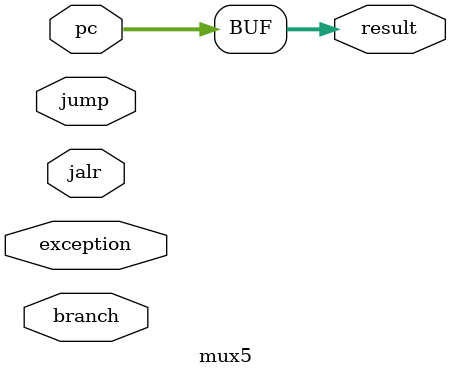
<source format=v>
module mux5(input wire [31:0] pc, input wire [31:0] jalr, input wire [31:0] branch, input wire [31:0] jump, input wire [31:0] exception, output wire [31:0] result);

assign result = pc;

endmodule
</source>
